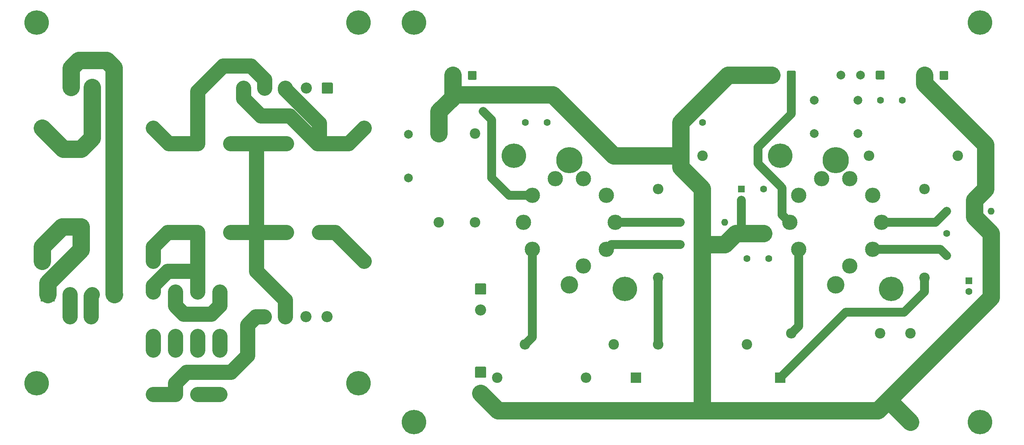
<source format=gbl>
G04 #@! TF.GenerationSoftware,KiCad,Pcbnew,5.1.12-84ad8e8a86~92~ubuntu20.04.1*
G04 #@! TF.CreationDate,2021-12-12T19:41:42-05:00*
G04 #@! TF.ProjectId,it_is_the_champion,69745f69-735f-4746-9865-5f6368616d70,0.1*
G04 #@! TF.SameCoordinates,Original*
G04 #@! TF.FileFunction,Copper,L2,Bot*
G04 #@! TF.FilePolarity,Positive*
%FSLAX46Y46*%
G04 Gerber Fmt 4.6, Leading zero omitted, Abs format (unit mm)*
G04 Created by KiCad (PCBNEW 5.1.12-84ad8e8a86~92~ubuntu20.04.1) date 2021-12-12 19:41:42*
%MOMM*%
%LPD*%
G01*
G04 APERTURE LIST*
G04 #@! TA.AperFunction,ComponentPad*
%ADD10O,2.400000X2.400000*%
G04 #@! TD*
G04 #@! TA.AperFunction,ComponentPad*
%ADD11C,2.400000*%
G04 #@! TD*
G04 #@! TA.AperFunction,ComponentPad*
%ADD12C,2.000000*%
G04 #@! TD*
G04 #@! TA.AperFunction,ComponentPad*
%ADD13O,3.500000X3.500000*%
G04 #@! TD*
G04 #@! TA.AperFunction,ComponentPad*
%ADD14C,4.000000*%
G04 #@! TD*
G04 #@! TA.AperFunction,ComponentPad*
%ADD15C,6.000000*%
G04 #@! TD*
G04 #@! TA.AperFunction,ComponentPad*
%ADD16C,2.550000*%
G04 #@! TD*
G04 #@! TA.AperFunction,ComponentPad*
%ADD17R,2.400000X2.400000*%
G04 #@! TD*
G04 #@! TA.AperFunction,ComponentPad*
%ADD18C,5.600000*%
G04 #@! TD*
G04 #@! TA.AperFunction,ComponentPad*
%ADD19C,5.599999*%
G04 #@! TD*
G04 #@! TA.AperFunction,ComponentPad*
%ADD20C,1.600000*%
G04 #@! TD*
G04 #@! TA.AperFunction,ComponentPad*
%ADD21O,1.600000X1.600000*%
G04 #@! TD*
G04 #@! TA.AperFunction,ComponentPad*
%ADD22O,2.200000X2.200000*%
G04 #@! TD*
G04 #@! TA.AperFunction,ComponentPad*
%ADD23R,2.200000X2.200000*%
G04 #@! TD*
G04 #@! TA.AperFunction,ComponentPad*
%ADD24R,1.600000X1.600000*%
G04 #@! TD*
G04 #@! TA.AperFunction,ComponentPad*
%ADD25R,3.200000X3.200000*%
G04 #@! TD*
G04 #@! TA.AperFunction,ComponentPad*
%ADD26C,3.200000*%
G04 #@! TD*
G04 #@! TA.AperFunction,Conductor*
%ADD27C,4.000000*%
G04 #@! TD*
G04 #@! TA.AperFunction,Conductor*
%ADD28C,2.000000*%
G04 #@! TD*
G04 #@! TA.AperFunction,Conductor*
%ADD29C,3.500000*%
G04 #@! TD*
G04 APERTURE END LIST*
D10*
X142240000Y-63500000D03*
D11*
X162560000Y-63500000D03*
G04 #@! TA.AperFunction,ComponentPad*
G36*
G01*
X52435000Y-44335000D02*
X52435000Y-45835000D01*
G75*
G02*
X52185000Y-46085000I-250000J0D01*
G01*
X50685000Y-46085000D01*
G75*
G02*
X50435000Y-45835000I0J250000D01*
G01*
X50435000Y-44335000D01*
G75*
G02*
X50685000Y-44085000I250000J0D01*
G01*
X52185000Y-44085000D01*
G75*
G02*
X52435000Y-44335000I0J-250000D01*
G01*
G37*
G04 #@! TD.AperFunction*
D12*
X46935000Y-45085000D03*
G04 #@! TA.AperFunction,ComponentPad*
G36*
G01*
X160385000Y-44335000D02*
X160385000Y-45835000D01*
G75*
G02*
X160135000Y-46085000I-250000J0D01*
G01*
X158635000Y-46085000D01*
G75*
G02*
X158385000Y-45835000I0J250000D01*
G01*
X158385000Y-44335000D01*
G75*
G02*
X158635000Y-44085000I250000J0D01*
G01*
X160135000Y-44085000D01*
G75*
G02*
X160385000Y-44335000I0J-250000D01*
G01*
G37*
G04 #@! TD.AperFunction*
X154885000Y-45085000D03*
D13*
X65165322Y-84911745D03*
X63160000Y-78740000D03*
X65165322Y-72568255D03*
X70415322Y-68753907D03*
X76904678Y-68753907D03*
X82154678Y-72568255D03*
X84160000Y-78740000D03*
X82154678Y-84911745D03*
X76904678Y-88726093D03*
D14*
X73660000Y-92990000D03*
D15*
X73660000Y-64490000D03*
D13*
X126125322Y-84911745D03*
X124120000Y-78740000D03*
X126125322Y-72568255D03*
X131375322Y-68753907D03*
X137864678Y-68753907D03*
X143114678Y-72568255D03*
X145120000Y-78740000D03*
X143114678Y-84911745D03*
X137864678Y-88726093D03*
D14*
X134620000Y-92990000D03*
D15*
X134620000Y-64490000D03*
D10*
X151765000Y-124460000D03*
D11*
X151765000Y-104140000D03*
D10*
X93980000Y-106680000D03*
D11*
X114300000Y-106680000D03*
D10*
X77470000Y-114300000D03*
D11*
X57150000Y-114300000D03*
D16*
X53340000Y-98780000D03*
G04 #@! TA.AperFunction,ComponentPad*
G36*
G01*
X52314999Y-92705000D02*
X54365001Y-92705000D01*
G75*
G02*
X54615000Y-92954999I0J-249999D01*
G01*
X54615000Y-95005001D01*
G75*
G02*
X54365001Y-95255000I-249999J0D01*
G01*
X52314999Y-95255000D01*
G75*
G02*
X52065000Y-95005001I0J249999D01*
G01*
X52065000Y-92954999D01*
G75*
G02*
X52314999Y-92705000I249999J0D01*
G01*
G37*
G04 #@! TD.AperFunction*
X53340000Y-117830000D03*
G04 #@! TA.AperFunction,ComponentPad*
G36*
G01*
X52314999Y-111755000D02*
X54365001Y-111755000D01*
G75*
G02*
X54615000Y-112004999I0J-249999D01*
G01*
X54615000Y-114055001D01*
G75*
G02*
X54365001Y-114305000I-249999J0D01*
G01*
X52314999Y-114305000D01*
G75*
G02*
X52065000Y-114055001I0J249999D01*
G01*
X52065000Y-112004999D01*
G75*
G02*
X52314999Y-111755000I249999J0D01*
G01*
G37*
G04 #@! TD.AperFunction*
D11*
X121920000Y-121800000D03*
D17*
X121920000Y-114300000D03*
D11*
X88900000Y-121800000D03*
D17*
X88900000Y-114300000D03*
D16*
X-938000Y-48006000D03*
X3862000Y-48006000D03*
X8662000Y-48006000D03*
X13462000Y-48006000D03*
G04 #@! TA.AperFunction,ComponentPad*
G36*
G01*
X19537000Y-46980999D02*
X19537000Y-49031001D01*
G75*
G02*
X19287001Y-49281000I-249999J0D01*
G01*
X17236999Y-49281000D01*
G75*
G02*
X16987000Y-49031001I0J249999D01*
G01*
X16987000Y-46980999D01*
G75*
G02*
X17236999Y-46731000I249999J0D01*
G01*
X19287001Y-46731000D01*
G75*
G02*
X19537000Y-46980999I0J-249999D01*
G01*
G37*
G04 #@! TD.AperFunction*
D18*
X-48260000Y-115570000D03*
X25400000Y-115570000D03*
D19*
X-48260000Y-33020000D03*
D18*
X25400000Y-33020000D03*
X86360000Y-93980000D03*
X60960000Y-63500000D03*
X147320000Y-93980000D03*
X121920000Y-63500000D03*
X38100000Y-124460000D03*
X167640000Y-124460000D03*
X167640000Y-33020000D03*
X38100000Y-33020000D03*
D16*
X-40360000Y-47836000D03*
G04 #@! TA.AperFunction,ComponentPad*
G36*
G01*
X-34285000Y-46810999D02*
X-34285000Y-48861001D01*
G75*
G02*
X-34534999Y-49111000I-249999J0D01*
G01*
X-36585001Y-49111000D01*
G75*
G02*
X-36835000Y-48861001I0J249999D01*
G01*
X-36835000Y-46810999D01*
G75*
G02*
X-36585001Y-46561000I249999J0D01*
G01*
X-34534999Y-46561000D01*
G75*
G02*
X-34285000Y-46810999I0J-249999D01*
G01*
G37*
G04 #@! TD.AperFunction*
D10*
X43815000Y-58420000D03*
D11*
X43815000Y-78740000D03*
D10*
X52070000Y-78740000D03*
D11*
X52070000Y-58420000D03*
D10*
X83820000Y-63500000D03*
D11*
X104140000Y-63500000D03*
D20*
X144860000Y-50800000D03*
X149860000Y-50800000D03*
D11*
X26670000Y-57150000D03*
D10*
X26670000Y-87630000D03*
D21*
X43815000Y-53340000D03*
D20*
X53975000Y-53340000D03*
D21*
X109220000Y-83820000D03*
D20*
X99060000Y-83820000D03*
D21*
X109220000Y-78740000D03*
D20*
X99060000Y-78740000D03*
D21*
X118110000Y-81280000D03*
D20*
X118110000Y-71120000D03*
D21*
X170180000Y-86360000D03*
D20*
X160020000Y-86360000D03*
D21*
X170180000Y-76200000D03*
D20*
X160020000Y-76200000D03*
D21*
X170180000Y-81280000D03*
D20*
X160020000Y-81280000D03*
D22*
X-6350000Y-94615000D03*
D23*
X-6350000Y-104775000D03*
D22*
X-6350000Y-107950000D03*
D23*
X-6350000Y-118110000D03*
D22*
X-16510000Y-94615000D03*
D23*
X-16510000Y-104775000D03*
D22*
X-16510000Y-107950000D03*
D23*
X-16510000Y-118110000D03*
D22*
X-11430000Y-104775000D03*
D23*
X-11430000Y-94615000D03*
D22*
X-11430000Y-118110000D03*
D23*
X-11430000Y-107950000D03*
D22*
X-21590000Y-104775000D03*
D23*
X-21590000Y-94615000D03*
D22*
X-21590000Y-118110000D03*
D23*
X-21590000Y-107950000D03*
D11*
X-3930000Y-60706000D03*
D17*
X-11430000Y-60706000D03*
D11*
X16390000Y-81026000D03*
D17*
X8890000Y-81026000D03*
D11*
X-3930000Y-81026000D03*
D17*
X-11430000Y-81026000D03*
D12*
X36830000Y-68580000D03*
X36830000Y-58580000D03*
D20*
X68580000Y-55880000D03*
X63580000Y-55880000D03*
X99140000Y-55880000D03*
X104140000Y-55880000D03*
X119300000Y-86995000D03*
X114300000Y-86995000D03*
D12*
X139700000Y-50800000D03*
X129700000Y-50800000D03*
X139700000Y-58420000D03*
X129700000Y-58420000D03*
D20*
X165100000Y-94575000D03*
D24*
X165100000Y-92075000D03*
D11*
X-30600000Y-61976000D03*
D17*
X-38100000Y-61976000D03*
D11*
X-30600000Y-79756000D03*
D17*
X-38100000Y-79756000D03*
G04 #@! TA.AperFunction,ComponentPad*
G36*
G01*
X-41915000Y-101355001D02*
X-41915000Y-99304999D01*
G75*
G02*
X-41665001Y-99055000I249999J0D01*
G01*
X-39614999Y-99055000D01*
G75*
G02*
X-39365000Y-99304999I0J-249999D01*
G01*
X-39365000Y-101355001D01*
G75*
G02*
X-39614999Y-101605000I-249999J0D01*
G01*
X-41665001Y-101605000D01*
G75*
G02*
X-41915000Y-101355001I0J249999D01*
G01*
G37*
G04 #@! TD.AperFunction*
D16*
X-35840000Y-100330000D03*
D11*
X16390000Y-60706000D03*
D17*
X8890000Y-60706000D03*
D12*
X119960000Y-45020000D03*
G04 #@! TA.AperFunction,ComponentPad*
G36*
G01*
X125460000Y-44270000D02*
X125460000Y-45770000D01*
G75*
G02*
X125210000Y-46020000I-250000J0D01*
G01*
X123710000Y-46020000D01*
G75*
G02*
X123460000Y-45770000I0J250000D01*
G01*
X123460000Y-44270000D01*
G75*
G02*
X123710000Y-44020000I250000J0D01*
G01*
X125210000Y-44020000D01*
G75*
G02*
X125460000Y-44270000I0J-250000D01*
G01*
G37*
G04 #@! TD.AperFunction*
X135780000Y-45020000D03*
X140280000Y-45020000D03*
G04 #@! TA.AperFunction,ComponentPad*
G36*
G01*
X145780000Y-44270000D02*
X145780000Y-45770000D01*
G75*
G02*
X145530000Y-46020000I-250000J0D01*
G01*
X144030000Y-46020000D01*
G75*
G02*
X143780000Y-45770000I0J250000D01*
G01*
X143780000Y-44270000D01*
G75*
G02*
X144030000Y-44020000I250000J0D01*
G01*
X145530000Y-44020000D01*
G75*
G02*
X145780000Y-44270000I0J-250000D01*
G01*
G37*
G04 #@! TD.AperFunction*
D25*
X-45720000Y-95250000D03*
D26*
X-40640000Y-95250000D03*
X-35560000Y-95250000D03*
X-30480000Y-95250000D03*
G04 #@! TA.AperFunction,ComponentPad*
G36*
G01*
X2535000Y-101355001D02*
X2535000Y-99304999D01*
G75*
G02*
X2784999Y-99055000I249999J0D01*
G01*
X4835001Y-99055000D01*
G75*
G02*
X5085000Y-99304999I0J-249999D01*
G01*
X5085000Y-101355001D01*
G75*
G02*
X4835001Y-101605000I-249999J0D01*
G01*
X2784999Y-101605000D01*
G75*
G02*
X2535000Y-101355001I0J249999D01*
G01*
G37*
G04 #@! TD.AperFunction*
D16*
X8610000Y-100330000D03*
X13410000Y-100330000D03*
X18210000Y-100330000D03*
D11*
X-46990000Y-57150000D03*
D10*
X-46990000Y-87630000D03*
D11*
X-21590000Y-57150000D03*
D10*
X-21590000Y-87630000D03*
D11*
X83820000Y-106680000D03*
D10*
X63500000Y-106680000D03*
X93980000Y-71120000D03*
D11*
X93980000Y-91440000D03*
D10*
X124460000Y-104140000D03*
D11*
X144780000Y-104140000D03*
D10*
X154940000Y-71120000D03*
D11*
X154940000Y-91440000D03*
D20*
X113030000Y-73620000D03*
D24*
X113030000Y-71120000D03*
D27*
X-30600000Y-61976000D02*
X-30600000Y-79756000D01*
X-30600000Y-95130000D02*
X-30480000Y-95250000D01*
X-30600000Y-79756000D02*
X-30600000Y-95130000D01*
X-30600000Y-61976000D02*
X-30600000Y-43314000D01*
X-30600000Y-43314000D02*
X-32258000Y-41656000D01*
X-32258000Y-41656000D02*
X-38608000Y-41656000D01*
X-40360000Y-43408000D02*
X-40360000Y-47836000D01*
X-38608000Y-41656000D02*
X-40360000Y-43408000D01*
D28*
X158571745Y-84911745D02*
X143114678Y-84911745D01*
X160020000Y-86360000D02*
X158571745Y-84911745D01*
X126125322Y-102474678D02*
X124460000Y-104140000D01*
X126125322Y-84911745D02*
X126125322Y-102474678D01*
X65165322Y-105014678D02*
X63500000Y-106680000D01*
X65165322Y-84911745D02*
X65165322Y-105014678D01*
D29*
X-40640000Y-100330000D02*
X-40640000Y-95250000D01*
X-35840000Y-95530000D02*
X-35560000Y-95250000D01*
X-35840000Y-100330000D02*
X-35840000Y-95530000D01*
X-21590000Y-118110000D02*
X-16510000Y-118110000D01*
X-16510000Y-115570000D02*
X-16510000Y-118110000D01*
X-13970000Y-113030000D02*
X-16510000Y-115570000D01*
X-3810000Y-113030000D02*
X-13970000Y-113030000D01*
X0Y-109220000D02*
X-3810000Y-113030000D01*
X0Y-102235000D02*
X0Y-109220000D01*
X1905000Y-100330000D02*
X0Y-102235000D01*
X3810000Y-100330000D02*
X1905000Y-100330000D01*
D28*
X124460000Y-53942500D02*
X124460000Y-45020000D01*
X116840000Y-61562500D02*
X124460000Y-53942500D01*
X122370001Y-70802500D02*
X116840000Y-65272499D01*
X122370001Y-76990001D02*
X122370001Y-70802500D01*
X116840000Y-65272499D02*
X116840000Y-61562500D01*
X124120000Y-78740000D02*
X122370001Y-76990001D01*
X157480000Y-78740000D02*
X145120000Y-78740000D01*
X160020000Y-76200000D02*
X157480000Y-78740000D01*
X154940000Y-94615000D02*
X154940000Y-91440000D01*
X150274999Y-99280001D02*
X154940000Y-94615000D01*
X136939999Y-99280001D02*
X150274999Y-99280001D01*
X121920000Y-114300000D02*
X136939999Y-99280001D01*
X99060000Y-78740000D02*
X84160000Y-78740000D01*
X83246423Y-83820000D02*
X82154678Y-84911745D01*
X99060000Y-83820000D02*
X83246423Y-83820000D01*
X93980000Y-91440000D02*
X93980000Y-106680000D01*
X55880000Y-55245000D02*
X53975000Y-53340000D01*
X55880000Y-68580000D02*
X55880000Y-55245000D01*
X59868255Y-72568255D02*
X55880000Y-68580000D01*
X65165322Y-72568255D02*
X59868255Y-72568255D01*
D27*
X-45720000Y-92583000D02*
X-45720000Y-95250000D01*
X-38100000Y-84963000D02*
X-45720000Y-92583000D01*
X-38100000Y-79756000D02*
X-38100000Y-84963000D01*
X-38100000Y-79756000D02*
X-42418000Y-79756000D01*
X-46990000Y-84328000D02*
X-46990000Y-87630000D01*
X-42418000Y-79756000D02*
X-46990000Y-84328000D01*
D29*
X2032000Y-60706000D02*
X2032000Y-81026000D01*
X2032000Y-81026000D02*
X8890000Y-81026000D01*
X-3930000Y-81026000D02*
X2032000Y-81026000D01*
X-3930000Y-60706000D02*
X2032000Y-60706000D01*
X2032000Y-60706000D02*
X8890000Y-60706000D01*
X2032000Y-81026000D02*
X2032000Y-89916000D01*
X8610000Y-96494000D02*
X8610000Y-100330000D01*
X2032000Y-89916000D02*
X8610000Y-96494000D01*
X-11430000Y-94615000D02*
X-11430000Y-81026000D01*
X-21590000Y-94615000D02*
X-21590000Y-93218000D01*
X-21590000Y-93218000D02*
X-18288000Y-89916000D01*
X-11430000Y-90015000D02*
X-11430000Y-94615000D01*
X-11529000Y-89916000D02*
X-11430000Y-90015000D01*
X-18288000Y-89916000D02*
X-11529000Y-89916000D01*
X-11430000Y-81026000D02*
X-18288000Y-81026000D01*
X-21590000Y-84328000D02*
X-21590000Y-87630000D01*
X-18288000Y-81026000D02*
X-21590000Y-84328000D01*
X-18034000Y-60706000D02*
X-21590000Y-57150000D01*
X-11430000Y-60706000D02*
X-18034000Y-60706000D01*
X3862000Y-48006000D02*
X3862000Y-46026000D01*
X3862000Y-46026000D02*
X762000Y-42926000D01*
X762000Y-42926000D02*
X-5588000Y-42926000D01*
X-11430000Y-48768000D02*
X-11430000Y-60706000D01*
X-5588000Y-42926000D02*
X-11430000Y-48768000D01*
D27*
X-35560000Y-59436000D02*
X-38100000Y-61976000D01*
X-35560000Y-47836000D02*
X-35560000Y-59436000D01*
X-42164000Y-61976000D02*
X-46990000Y-57150000D01*
X-38100000Y-61976000D02*
X-42164000Y-61976000D01*
D29*
X-21590000Y-104775000D02*
X-21590000Y-107950000D01*
X-11430000Y-118110000D02*
X-6350000Y-118110000D01*
X-11430000Y-107950000D02*
X-11430000Y-104775000D01*
X-16510000Y-107950000D02*
X-16510000Y-104775000D01*
X-6350000Y-107950000D02*
X-6350000Y-104775000D01*
X-16510000Y-94615000D02*
X-16510000Y-97790000D01*
X-16510000Y-97790000D02*
X-14605000Y-99695000D01*
X-14605000Y-99695000D02*
X-8255000Y-99695000D01*
X-6350000Y-97790000D02*
X-6350000Y-94615000D01*
X-8255000Y-99695000D02*
X-6350000Y-97790000D01*
X20066000Y-81026000D02*
X26670000Y-87630000D01*
X16390000Y-81026000D02*
X20066000Y-81026000D01*
X23114000Y-60706000D02*
X26670000Y-57150000D01*
X16390000Y-60706000D02*
X23114000Y-60706000D01*
X8662000Y-48286000D02*
X16390000Y-56014000D01*
X16390000Y-56014000D02*
X16390000Y-60706000D01*
X8662000Y-48006000D02*
X8662000Y-48286000D01*
X16002000Y-60706000D02*
X16390000Y-60706000D01*
X9652000Y-54356000D02*
X16002000Y-60706000D01*
X3087000Y-54356000D02*
X9652000Y-54356000D01*
X-938000Y-50331000D02*
X3087000Y-54356000D01*
X-938000Y-48006000D02*
X-938000Y-50331000D01*
D27*
X170180000Y-81280000D02*
X170180000Y-86360000D01*
X43815000Y-53340000D02*
X43815000Y-58420000D01*
X110000000Y-45020000D02*
X99140000Y-55880000D01*
X119960000Y-45020000D02*
X110000000Y-45020000D01*
X99140000Y-63500000D02*
X99140000Y-55880000D01*
X83820000Y-63500000D02*
X99140000Y-63500000D01*
X43815000Y-53340000D02*
X46990000Y-50165000D01*
X46990000Y-50165000D02*
X46990000Y-45020000D01*
X69850000Y-49530000D02*
X46990000Y-49530000D01*
X83820000Y-63500000D02*
X69850000Y-49530000D01*
X144250501Y-121800000D02*
X121920000Y-121800000D01*
X170180000Y-86360000D02*
X170180000Y-95870501D01*
D28*
X146995251Y-119690251D02*
X146360251Y-119690251D01*
D27*
X151765000Y-124460000D02*
X146995251Y-119690251D01*
X146360251Y-119690251D02*
X144250501Y-121800000D01*
X170180000Y-95870501D02*
X146360251Y-119690251D01*
X57310000Y-121800000D02*
X53340000Y-117830000D01*
X88900000Y-121800000D02*
X57310000Y-121800000D01*
X104260000Y-121800000D02*
X88900000Y-121800000D01*
X121920000Y-121800000D02*
X104260000Y-121800000D01*
X104020000Y-121560000D02*
X104260000Y-121800000D01*
X99140000Y-63500000D02*
X99140000Y-66120000D01*
X99140000Y-66120000D02*
X104020000Y-71000000D01*
X104535000Y-83820000D02*
X104020000Y-84335000D01*
X109220000Y-83820000D02*
X104535000Y-83820000D01*
X104020000Y-84335000D02*
X104020000Y-121560000D01*
X104020000Y-71000000D02*
X104020000Y-84335000D01*
X111760000Y-81280000D02*
X109220000Y-83820000D01*
X118110000Y-81280000D02*
X111760000Y-81280000D01*
D28*
X113030000Y-80010000D02*
X111760000Y-81280000D01*
X113030000Y-73620000D02*
X113030000Y-80010000D01*
D27*
X166370000Y-73660000D02*
X166370000Y-77470000D01*
X168910000Y-60960000D02*
X168910000Y-71120000D01*
X166370000Y-77470000D02*
X170180000Y-81280000D01*
X154940000Y-46990000D02*
X168910000Y-60960000D01*
X168910000Y-71120000D02*
X166370000Y-73660000D01*
X154940000Y-45020000D02*
X154940000Y-46990000D01*
M02*

</source>
